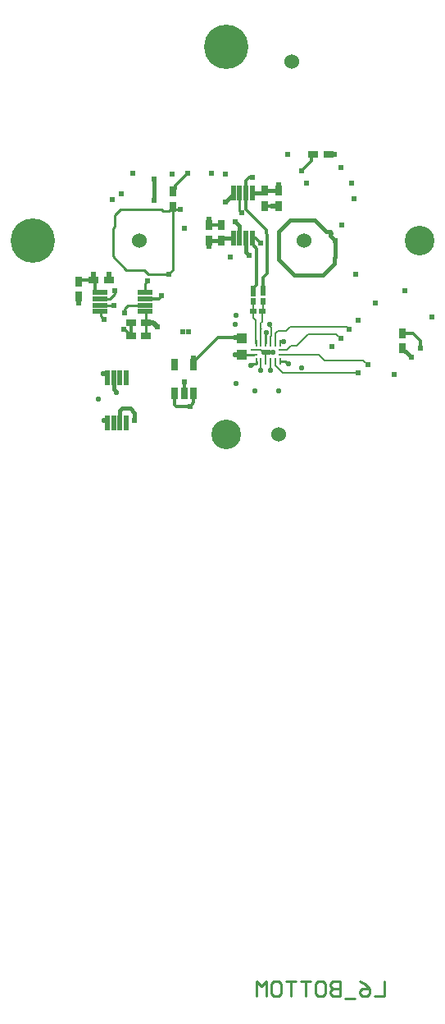
<source format=gbl>
G04*
G04 #@! TF.GenerationSoftware,Altium Limited,Altium Designer,19.0.10 (269)*
G04*
G04 Layer_Physical_Order=6*
G04 Layer_Color=16711680*
%FSLAX25Y25*%
%MOIN*%
G70*
G01*
G75*
%ADD14C,0.01000*%
%ADD16R,0.03000X0.04000*%
%ADD17R,0.04000X0.03000*%
G04:AMPARAMS|DCode=20|XSize=25.59mil|YSize=47.24mil|CornerRadius=1.92mil|HoleSize=0mil|Usage=FLASHONLY|Rotation=180.000|XOffset=0mil|YOffset=0mil|HoleType=Round|Shape=RoundedRectangle|*
%AMROUNDEDRECTD20*
21,1,0.02559,0.04341,0,0,180.0*
21,1,0.02175,0.04724,0,0,180.0*
1,1,0.00384,-0.01088,0.02170*
1,1,0.00384,0.01088,0.02170*
1,1,0.00384,0.01088,-0.02170*
1,1,0.00384,-0.01088,-0.02170*
%
%ADD20ROUNDEDRECTD20*%
%ADD21R,0.02500X0.02400*%
%ADD37C,0.01500*%
%ADD38C,0.01200*%
%ADD39C,0.02000*%
%ADD40C,0.00600*%
%ADD41C,0.00800*%
%ADD42C,0.06000*%
%ADD43C,0.12000*%
%ADD44C,0.18000*%
%ADD45C,0.02400*%
%ADD46C,0.02200*%
%ADD56R,0.02402X0.02500*%
%ADD57R,0.00984X0.02756*%
%ADD58R,0.02756X0.00984*%
%ADD59R,0.02362X0.02362*%
G04:AMPARAMS|DCode=60|XSize=17.72mil|YSize=61.02mil|CornerRadius=1.95mil|HoleSize=0mil|Usage=FLASHONLY|Rotation=0.000|XOffset=0mil|YOffset=0mil|HoleType=Round|Shape=RoundedRectangle|*
%AMROUNDEDRECTD60*
21,1,0.01772,0.05713,0,0,0.0*
21,1,0.01382,0.06102,0,0,0.0*
1,1,0.00390,0.00691,-0.02856*
1,1,0.00390,-0.00691,-0.02856*
1,1,0.00390,-0.00691,0.02856*
1,1,0.00390,0.00691,0.02856*
%
%ADD60ROUNDEDRECTD60*%
%ADD61R,0.03937X0.04331*%
G04:AMPARAMS|DCode=62|XSize=17.72mil|YSize=61.02mil|CornerRadius=1.95mil|HoleSize=0mil|Usage=FLASHONLY|Rotation=90.000|XOffset=0mil|YOffset=0mil|HoleType=Round|Shape=RoundedRectangle|*
%AMROUNDEDRECTD62*
21,1,0.01772,0.05713,0,0,90.0*
21,1,0.01382,0.06102,0,0,90.0*
1,1,0.00390,0.02856,0.00691*
1,1,0.00390,0.02856,-0.00691*
1,1,0.00390,-0.02856,-0.00691*
1,1,0.00390,-0.02856,0.00691*
%
%ADD62ROUNDEDRECTD62*%
D14*
X-21646Y12613D02*
Y13613D01*
Y-11842D02*
Y12613D01*
X-26285D02*
X-25700Y12028D01*
X-23232D01*
X-23105Y12154D01*
X-22104D01*
X-21646Y12613D01*
X-42987D02*
X-26285D01*
X-45500Y10100D02*
X-42987Y12613D01*
X-45500Y5500D02*
Y10100D01*
X-46149Y4851D02*
X-45500Y5500D01*
X-46149Y-6400D02*
Y4851D01*
Y-6400D02*
X-40549Y-12000D01*
X-33246D01*
X-31541Y-13705D01*
X-23508D01*
X-23503Y-13700D01*
X5445Y11855D02*
X6225Y11075D01*
X5445Y11855D02*
Y19305D01*
X-23503Y-13700D02*
X-21646Y-11842D01*
X-20646Y12613D02*
X-18546D01*
X-21646Y13613D02*
X-20646Y12613D01*
X-21646Y13613D02*
Y13654D01*
X30800Y-700D02*
X31500Y0D01*
X-32602Y-38803D02*
Y-33503D01*
X-45579Y-26280D02*
X-45198Y-26661D01*
X-51454Y-26280D02*
X-45579D01*
X-41503Y-29402D02*
Y-27803D01*
X-39979Y-26280D01*
X-33147D01*
X-32100Y-16544D02*
Y-16305D01*
X-33147Y-17591D02*
X-32100Y-16544D01*
X-33147Y-21161D02*
Y-17591D01*
X-45302Y-21610D02*
Y-20500D01*
X-47412Y-23720D02*
X-45302Y-21610D01*
X-51454Y-23720D02*
X-47412D01*
X-50961Y-30639D02*
X-49600Y-32000D01*
X-50961Y-30639D02*
Y-29224D01*
X-51347Y-28839D02*
X-50961Y-29224D01*
X-51454Y-28839D02*
X-51347D01*
X-32602Y-33503D02*
Y-29224D01*
X-33147Y-28839D02*
X-32987D01*
X-32602Y-29224D01*
X16100Y-37500D02*
X16284Y-37316D01*
X16100Y-41776D02*
Y-37500D01*
X5284Y-46409D02*
X5376Y-46500D01*
X11376D01*
X24939Y-50197D02*
X25184D01*
X23999Y-49256D02*
X24939Y-50197D01*
X22005Y-49256D02*
X23999D01*
X10113Y-50616D02*
X10438D01*
X10920Y-50134D01*
X12155D01*
X12163Y-50126D01*
Y-49256D01*
X64200Y-300702D02*
Y-306700D01*
X60201D01*
X54203Y-300702D02*
X56203Y-301702D01*
X58202Y-303701D01*
Y-305700D01*
X57202Y-306700D01*
X55203D01*
X54203Y-305700D01*
Y-304701D01*
X55203Y-303701D01*
X58202D01*
X52204Y-307700D02*
X48205D01*
X46206Y-300702D02*
Y-306700D01*
X43207D01*
X42207Y-305700D01*
Y-304701D01*
X43207Y-303701D01*
X46206D01*
X43207D01*
X42207Y-302701D01*
Y-301702D01*
X43207Y-300702D01*
X46206D01*
X37209D02*
X39208D01*
X40208Y-301702D01*
Y-305700D01*
X39208Y-306700D01*
X37209D01*
X36209Y-305700D01*
Y-301702D01*
X37209Y-300702D01*
X34210D02*
X30211D01*
X32210D01*
Y-306700D01*
X28212Y-300702D02*
X24213D01*
X26212D01*
Y-306700D01*
X19215Y-300702D02*
X21214D01*
X22214Y-301702D01*
Y-305700D01*
X21214Y-306700D01*
X19215D01*
X18215Y-305700D01*
Y-301702D01*
X19215Y-300702D01*
X16216Y-306700D02*
Y-300702D01*
X14216Y-302701D01*
X12217Y-300702D01*
Y-306700D01*
D16*
X71800Y-37802D02*
D03*
Y-43900D02*
D03*
X-21646Y19851D02*
D03*
Y13654D02*
D03*
X15725Y14051D02*
D03*
Y20150D02*
D03*
X-1975Y51D02*
D03*
Y6150D02*
D03*
X-60002Y-22803D02*
D03*
Y-16705D02*
D03*
X21400Y14000D02*
D03*
Y20098D02*
D03*
X-7175Y51D02*
D03*
Y6150D02*
D03*
D17*
X35402Y34953D02*
D03*
X41598D02*
D03*
X-53900Y-16003D02*
D03*
X-47802D02*
D03*
X-32602Y-33503D02*
D03*
X-38700D02*
D03*
X-32602Y-38803D02*
D03*
X-38700D02*
D03*
D20*
X-13412Y-50580D02*
D03*
X-20892D02*
D03*
Y-62194D02*
D03*
X-17152D02*
D03*
X-13412D02*
D03*
D21*
X14584Y-28716D02*
D03*
X10978D02*
D03*
D37*
X42300Y1800D02*
Y3500D01*
Y1800D02*
X44300Y-200D01*
X42300Y3500D02*
X42800Y3000D01*
X40600Y3500D02*
X42300D01*
X35900Y8200D02*
X40600Y3500D01*
X21300Y-7600D02*
Y3600D01*
Y-7600D02*
X27700Y-14000D01*
X43900Y-9577D02*
Y-7200D01*
X44300Y-6800D01*
X27700Y-14000D02*
X39477D01*
X25900Y8200D02*
X35900D01*
X44300Y-6800D02*
Y-200D01*
X39477Y-14000D02*
X43900Y-9577D01*
X21300Y3600D02*
X25900Y8200D01*
X75300Y-47400D02*
X75400D01*
X73050Y-45150D02*
X75300Y-47400D01*
X72550Y-45150D02*
X73050D01*
X71800Y-44400D02*
X72550Y-45150D01*
X71800Y-44400D02*
Y-43900D01*
X-49863Y-54048D02*
X-48438D01*
X-48302Y-54184D01*
Y-55728D02*
Y-54184D01*
X-29346Y16253D02*
Y24953D01*
X3800Y7700D02*
X5445Y6055D01*
Y998D02*
Y6055D01*
X8004Y-4679D02*
X9325Y-6000D01*
X8004Y-4679D02*
Y998D01*
X15725Y20055D02*
X15768Y20098D01*
X21400D01*
X15725Y20055D02*
Y20150D01*
X14975Y19305D02*
X15725Y20055D01*
X10563Y19305D02*
X14975D01*
X2139Y18040D02*
X2750D01*
X2886Y18175D01*
Y19305D01*
X-300Y15600D02*
X2139Y18040D01*
X-7175Y51D02*
X-1975D01*
Y248D01*
X-1225Y998D01*
X2886D01*
X-29346Y24953D02*
X-29246Y25053D01*
X-39163Y-68134D02*
X-37263Y-70034D01*
Y-73127D02*
Y-70034D01*
X-42305Y-68134D02*
X-39163D01*
X-43184Y-69012D02*
X-42305Y-68134D01*
X-43184Y-74035D02*
Y-69012D01*
X-44763Y-61727D02*
Y-61537D01*
X-45743Y-60558D02*
X-44763Y-61537D01*
X-45743Y-60558D02*
Y-55728D01*
D38*
X78900Y-43700D02*
Y-40800D01*
X75902Y-37802D02*
X78900Y-40800D01*
X71800Y-37802D02*
X75902D01*
X16326Y2874D02*
X16800Y2400D01*
X12002Y998D02*
X14100Y-1100D01*
X10563Y998D02*
X12002D01*
X16326Y2874D02*
Y4200D01*
X8525Y12002D02*
Y12028D01*
X8004Y12548D02*
X8525Y12028D01*
X8004Y12548D02*
Y19305D01*
X8525Y12002D02*
X16326Y4200D01*
X16800Y-13300D02*
Y2400D01*
X15100Y-15000D02*
X16800Y-13300D01*
X15100Y-19300D02*
Y-15000D01*
X12300Y-10500D02*
X12325Y-10475D01*
X12300Y-17986D02*
Y-10500D01*
X10986Y-19300D02*
X12300Y-17986D01*
X12325Y-10475D02*
Y-3400D01*
X10849Y-1924D02*
X12325Y-3400D01*
X10849Y-1924D02*
Y712D01*
X10563Y998D02*
X10849Y712D01*
X30700Y28400D02*
X34656Y32356D01*
Y34207D01*
X35402Y34953D01*
X15725Y14051D02*
X15776Y14000D01*
X21400D01*
X9300Y25600D02*
X10800D01*
X8004Y24304D02*
X9300Y25600D01*
X8004Y19305D02*
Y24304D01*
X-7175Y6150D02*
X-1975D01*
X-13412Y-49497D02*
X-3430Y-39516D01*
X3582D01*
X-13412Y-50580D02*
Y-49497D01*
X-20746Y22153D02*
X-15746Y27153D01*
X-20746Y20751D02*
Y22153D01*
X-21646Y19851D02*
X-20746Y20751D01*
X-26476Y-22876D02*
Y-22502D01*
X-27321Y-23720D02*
X-26476Y-22876D01*
X-33147Y-23720D02*
X-27321D01*
X-60002Y-16705D02*
X-59300Y-16003D01*
X-53900D01*
X-53440Y-19175D02*
Y-16463D01*
X-53900Y-16003D02*
X-53440Y-16463D01*
Y-19175D02*
X-53436Y-19178D01*
Y-20876D02*
Y-19178D01*
Y-20876D02*
X-53151Y-21161D01*
X-51454D01*
X-41800Y-36000D02*
X-41503D01*
X-40100Y-37403D01*
Y-37903D02*
Y-37403D01*
Y-37903D02*
X-39200Y-38803D01*
X-38700D01*
Y-33503D01*
X-17154Y-57500D02*
X-17152Y-57502D01*
Y-62194D02*
Y-57502D01*
X-13954Y-66600D02*
X-13254Y-65900D01*
Y-62353D01*
X-13412Y-62194D02*
X-13254Y-62353D01*
X-13954Y-66697D02*
Y-66600D01*
X-14657Y-67400D02*
X-13954Y-66697D01*
X-20189Y-67400D02*
X-14657D01*
X-20892Y-66697D02*
X-20189Y-67400D01*
X-20892Y-66697D02*
Y-62194D01*
D39*
X-29597Y-33503D02*
X-27900Y-35200D01*
X-32602Y-33503D02*
X-29597D01*
D40*
X23068Y-53900D02*
X53668D01*
X20037Y-50868D02*
X23068Y-53900D01*
X55620Y-48700D02*
X57500Y-50580D01*
X40000Y-48700D02*
X55620D01*
X37800Y-46500D02*
X40000Y-48700D01*
X22793Y-46500D02*
X37800D01*
X44800Y-38000D02*
X46700Y-39900D01*
X33316Y-38000D02*
X44800D01*
X28500Y-42816D02*
X33316Y-38000D01*
X26284Y-42816D02*
X28500D01*
X20037Y-50868D02*
Y-49256D01*
X24652Y-44448D02*
X26284Y-42816D01*
X22877Y-44448D02*
X24652D01*
X22793Y-44532D02*
X22877Y-44448D01*
D41*
X14584Y-28716D02*
X15100Y-28200D01*
Y-24803D01*
X10920Y-28658D02*
X10978Y-28716D01*
X10920Y-28658D02*
Y-24903D01*
X14584Y-33121D02*
Y-28716D01*
X10978Y-31378D02*
Y-28716D01*
Y-31378D02*
X12132Y-32531D01*
X48933Y-35000D02*
X50133Y-36200D01*
X26100Y-35000D02*
X48933D01*
X24184Y-36916D02*
X26100Y-35000D01*
X15100Y-45516D02*
X15284D01*
X14116Y-44532D02*
X15100Y-45516D01*
X11376Y-44532D02*
X14116D01*
X15100Y-24803D02*
X15195Y-24898D01*
X18068Y-52600D02*
X18084Y-52616D01*
X18068Y-52600D02*
Y-49256D01*
X18284Y-37316D02*
X18484Y-37116D01*
Y-35295D01*
X17784Y-34595D02*
X18484Y-35295D01*
X17784Y-34595D02*
Y-34216D01*
X18284Y-38916D02*
Y-37316D01*
X18068Y-39132D02*
X18284Y-38916D01*
X18068Y-41776D02*
Y-39132D01*
X14131Y-33573D02*
X14584Y-33121D01*
X14131Y-35868D02*
Y-33573D01*
X12132Y-41744D02*
Y-32531D01*
Y-41744D02*
X12163Y-41776D01*
X14131Y-35868D02*
X14184Y-35816D01*
X14131Y-41776D02*
Y-35868D01*
X10623Y-24898D02*
X10625Y-24897D01*
X14131Y-52655D02*
Y-49256D01*
X16100Y-46500D02*
X17084Y-45516D01*
X16100Y-49256D02*
Y-46500D01*
X23229Y-41171D02*
X23384Y-41016D01*
X22098Y-41171D02*
X23229D01*
X22005Y-41263D02*
X22098Y-41171D01*
X22005Y-41776D02*
Y-41263D01*
X20037Y-41776D02*
X20084Y-41728D01*
Y-37716D01*
X20884Y-36916D01*
X24184D01*
D42*
X21400Y-78800D02*
D03*
X26800Y72700D02*
D03*
X31500Y0D02*
D03*
X-35400D02*
D03*
D43*
X0Y-78700D02*
D03*
X78700Y0D02*
D03*
D44*
X-78700D02*
D03*
X0Y78700D02*
D03*
D45*
X44300Y-200D02*
D03*
X-46300Y16500D02*
D03*
X52795Y-13800D02*
D03*
X53668Y-53900D02*
D03*
X57500Y-50580D02*
D03*
X14100Y-1100D02*
D03*
X9325Y-6000D02*
D03*
X-26476Y-22502D02*
D03*
X21400Y22700D02*
D03*
X25000Y35060D02*
D03*
X52000Y16900D02*
D03*
X-17100Y5000D02*
D03*
X-7100Y-2500D02*
D03*
X-41800Y-36000D02*
D03*
X-47700Y-13900D02*
D03*
X-59900Y-25400D02*
D03*
X-54000Y-13900D02*
D03*
X-49600Y-32000D02*
D03*
X-41503Y-29402D02*
D03*
X-45579Y-26280D02*
D03*
X-15200Y-37103D02*
D03*
X-17803D02*
D03*
X-27900Y-35200D02*
D03*
X10986Y-19300D02*
D03*
X15100D02*
D03*
X78900Y-43700D02*
D03*
X53500Y-32300D02*
D03*
X83500Y-31200D02*
D03*
X72700Y-20500D02*
D03*
X60500Y-25400D02*
D03*
X75400Y-47400D02*
D03*
X68400Y-54402D02*
D03*
X42900Y-43000D02*
D03*
X46700Y-39900D02*
D03*
X50133Y-36200D02*
D03*
X-42757Y19064D02*
D03*
X32700Y23400D02*
D03*
X46700Y29600D02*
D03*
X-200Y27000D02*
D03*
X-6177Y27100D02*
D03*
X44100Y35060D02*
D03*
X30700Y28400D02*
D03*
X51000Y23300D02*
D03*
X1600Y-6700D02*
D03*
X3800Y7700D02*
D03*
X19000Y14000D02*
D03*
X47000Y6300D02*
D03*
X10800Y25600D02*
D03*
X-300Y15600D02*
D03*
X-7100Y8700D02*
D03*
X6225Y11075D02*
D03*
X-32100Y-16544D02*
D03*
X-45302Y-20500D02*
D03*
X-13254Y-47700D02*
D03*
X-23503Y-13700D02*
D03*
X-18546Y12613D02*
D03*
X-38100Y27300D02*
D03*
X-15746Y27153D02*
D03*
X-22100Y27000D02*
D03*
X-29246Y25053D02*
D03*
X-29371Y16278D02*
D03*
X-17154Y-57500D02*
D03*
X-14657Y-67400D02*
D03*
X-37263Y-73127D02*
D03*
D46*
X-51863Y-64527D02*
D03*
X3760Y-34005D02*
D03*
X3884Y-58016D02*
D03*
X3984Y-30416D02*
D03*
X3582Y-39516D02*
D03*
X3760Y-46516D02*
D03*
X17784Y-34216D02*
D03*
X16284Y-37316D02*
D03*
X30686Y-51849D02*
D03*
X25184Y-50197D02*
D03*
X10113Y-50616D02*
D03*
X11784Y-61216D02*
D03*
X21184Y-61084D02*
D03*
X14131Y-52655D02*
D03*
X18084Y-52616D02*
D03*
X23384Y-41016D02*
D03*
X15284Y-45516D02*
D03*
X18984D02*
D03*
X-49703Y-73227D02*
D03*
X-44763Y-61727D02*
D03*
X-49863Y-54048D02*
D03*
D56*
X15100Y-21197D02*
D03*
Y-24803D02*
D03*
X10920Y-21297D02*
D03*
Y-24903D02*
D03*
D57*
X12163Y-41776D02*
D03*
X14131D02*
D03*
X16100D02*
D03*
X18068D02*
D03*
X20037D02*
D03*
X22005D02*
D03*
Y-49256D02*
D03*
X20037D02*
D03*
X18068D02*
D03*
X16100D02*
D03*
X14131D02*
D03*
X12163D02*
D03*
D58*
X22793Y-44532D02*
D03*
Y-46500D02*
D03*
X11376D02*
D03*
Y-44532D02*
D03*
D59*
X17084Y-45516D02*
D03*
D60*
X10563Y998D02*
D03*
X8004D02*
D03*
X5445D02*
D03*
X2886D02*
D03*
X10563Y19305D02*
D03*
X8004D02*
D03*
X5445D02*
D03*
X2886D02*
D03*
X-48302Y-55728D02*
D03*
X-45743D02*
D03*
X-43184D02*
D03*
X-40625D02*
D03*
X-48302Y-74035D02*
D03*
X-45743D02*
D03*
X-43184D02*
D03*
X-40625D02*
D03*
D61*
X6184Y-39716D02*
D03*
Y-46409D02*
D03*
D62*
X-51454Y-28839D02*
D03*
Y-26280D02*
D03*
Y-23720D02*
D03*
Y-21161D02*
D03*
X-33147Y-28839D02*
D03*
Y-26280D02*
D03*
Y-23720D02*
D03*
Y-21161D02*
D03*
M02*

</source>
